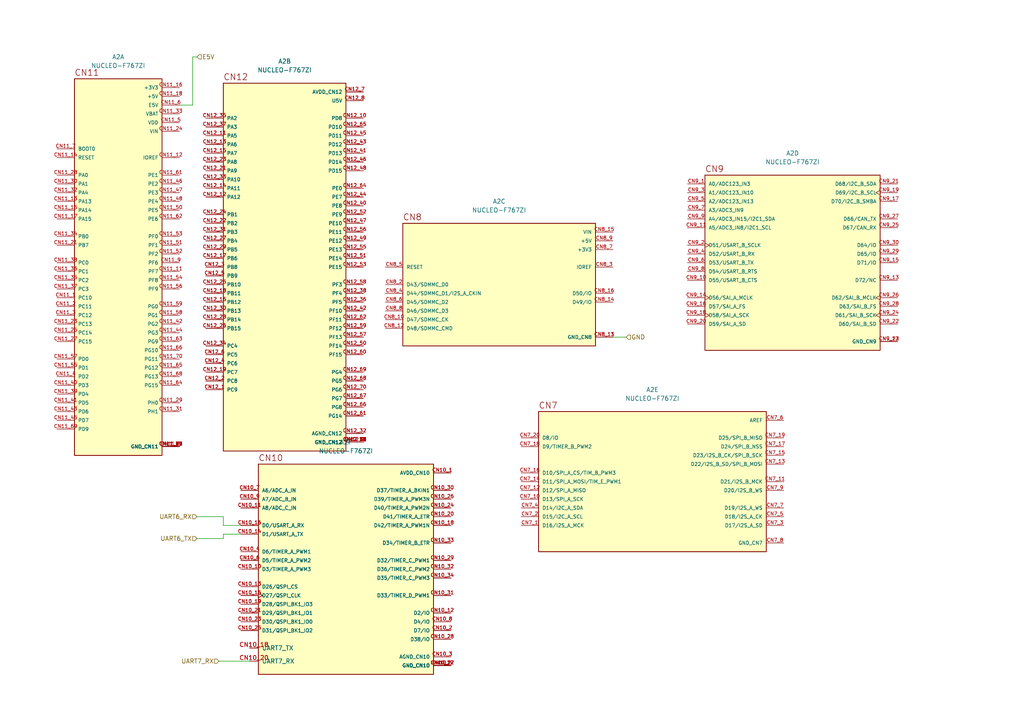
<source format=kicad_sch>
(kicad_sch (version 20230121) (generator eeschema)
  (paper "A4")
  (lib_symbols
    (symbol "NUCLEO-F767ZI:NUCLEO-F767ZI" (pin_names (offset 1.016))
      (property "Reference" "A" (at -12.7 57.15 0))
      (property "Value" "NUCLEO-F767ZI" (at -12.7 -57.15 0))
      (symbol "NUCLEO-F767ZI_1_0"
        (rectangle (start -12.7 53.34) (end 12.7 -55.88) (stroke (width 0.254)) (fill (type background)))
        (text "CN11" (at -12.7 54.102 0) (effects (font (size 1.778 1.778)) (justify left bottom)))
        (pin bidirectional line (at -17.78 -10.16 0) (length 5.08) (name "PC10") (number "CN11_1"))
        (pin bidirectional line (at 17.78 -2.54 180) (length 5.08) (name "PF7") (number "CN11_11"))
        (pin bidirectional line (at 17.78 30.48 180) (length 5.08) (name "IOREF") (number "CN11_12"))
        (pin bidirectional line (at -17.78 17.78 0) (length 5.08) (name "PA13") (number "CN11_13"))
        (pin bidirectional line (at -17.78 30.48 0) (length 5.08) (name "RESET") (number "CN11_14"))
        (pin bidirectional line (at -17.78 15.24 0) (length 5.08) (name "PA14") (number "CN11_15"))
        (pin power_in line (at 17.78 50.8 180) (length 5.08) (name "+3V3") (number "CN11_16"))
        (pin bidirectional line (at -17.78 12.7 0) (length 5.08) (name "PA15") (number "CN11_17"))
        (pin power_in line (at 17.78 48.26 180) (length 5.08) (name "+5V") (number "CN11_18"))
        (pin power_in line (at 17.78 -53.34 180) (length 5.08) (name "GND_CN11") (number "CN11_19"))
        (pin bidirectional line (at -17.78 -12.7 0) (length 5.08) (name "PC11") (number "CN11_2"))
        (pin power_in line (at 17.78 -53.34 180) (length 5.08) (name "GND_CN11") (number "CN11_20"))
        (pin bidirectional line (at -17.78 5.08 0) (length 5.08) (name "PB7") (number "CN11_21"))
        (pin power_in line (at 17.78 -53.34 180) (length 5.08) (name "GND_CN11") (number "CN11_22"))
        (pin bidirectional line (at -17.78 -17.78 0) (length 5.08) (name "PC13") (number "CN11_23"))
        (pin power_in line (at 17.78 38.1 180) (length 5.08) (name "VIN") (number "CN11_24"))
        (pin bidirectional line (at -17.78 -20.32 0) (length 5.08) (name "PC14") (number "CN11_25"))
        (pin bidirectional line (at -17.78 -22.86 0) (length 5.08) (name "PC15") (number "CN11_27"))
        (pin bidirectional line (at -17.78 25.4 0) (length 5.08) (name "PA0") (number "CN11_28"))
        (pin bidirectional line (at 17.78 -40.64 180) (length 5.08) (name "PH0") (number "CN11_29"))
        (pin bidirectional line (at -17.78 -15.24 0) (length 5.08) (name "PC12") (number "CN11_3"))
        (pin bidirectional line (at -17.78 22.86 0) (length 5.08) (name "PA1") (number "CN11_30"))
        (pin bidirectional line (at 17.78 -43.18 180) (length 5.08) (name "PH1") (number "CN11_31"))
        (pin bidirectional line (at -17.78 20.32 0) (length 5.08) (name "PA4") (number "CN11_32"))
        (pin power_in line (at 17.78 43.18 180) (length 5.08) (name "VBAT") (number "CN11_33"))
        (pin bidirectional line (at -17.78 7.62 0) (length 5.08) (name "PB0") (number "CN11_34"))
        (pin bidirectional line (at -17.78 -5.08 0) (length 5.08) (name "PC2") (number "CN11_35"))
        (pin bidirectional line (at -17.78 -2.54 0) (length 5.08) (name "PC1") (number "CN11_36"))
        (pin bidirectional line (at -17.78 -7.62 0) (length 5.08) (name "PC3") (number "CN11_37"))
        (pin bidirectional line (at -17.78 0 0) (length 5.08) (name "PC0") (number "CN11_38"))
        (pin bidirectional line (at -17.78 -38.1 0) (length 5.08) (name "PD4") (number "CN11_39"))
        (pin bidirectional line (at -17.78 -33.02 0) (length 5.08) (name "PD2") (number "CN11_4"))
        (pin bidirectional line (at -17.78 -35.56 0) (length 5.08) (name "PD3") (number "CN11_40"))
        (pin bidirectional line (at -17.78 -40.64 0) (length 5.08) (name "PD5") (number "CN11_41"))
        (pin bidirectional line (at 17.78 -17.78 180) (length 5.08) (name "PG2") (number "CN11_42"))
        (pin bidirectional line (at -17.78 -43.18 0) (length 5.08) (name "PD6") (number "CN11_43"))
        (pin bidirectional line (at 17.78 -20.32 180) (length 5.08) (name "PG3") (number "CN11_44"))
        (pin bidirectional line (at -17.78 -45.72 0) (length 5.08) (name "PD7") (number "CN11_45"))
        (pin bidirectional line (at 17.78 22.86 180) (length 5.08) (name "PE2") (number "CN11_46"))
        (pin bidirectional line (at 17.78 20.32 180) (length 5.08) (name "PE3") (number "CN11_47"))
        (pin bidirectional line (at 17.78 17.78 180) (length 5.08) (name "PE4") (number "CN11_48"))
        (pin power_in line (at 17.78 -53.34 180) (length 5.08) (name "GND_CN11") (number "CN11_49"))
        (pin power_in line (at 17.78 40.64 180) (length 5.08) (name "VDD") (number "CN11_5"))
        (pin bidirectional line (at 17.78 15.24 180) (length 5.08) (name "PE5") (number "CN11_50"))
        (pin bidirectional line (at 17.78 5.08 180) (length 5.08) (name "PF1") (number "CN11_51"))
        (pin bidirectional line (at 17.78 2.54 180) (length 5.08) (name "PF2") (number "CN11_52"))
        (pin bidirectional line (at 17.78 7.62 180) (length 5.08) (name "PF0") (number "CN11_53"))
        (pin bidirectional line (at 17.78 -5.08 180) (length 5.08) (name "PF8") (number "CN11_54"))
        (pin bidirectional line (at -17.78 -30.48 0) (length 5.08) (name "PD1") (number "CN11_55"))
        (pin bidirectional line (at 17.78 -7.62 180) (length 5.08) (name "PF9") (number "CN11_56"))
        (pin bidirectional line (at -17.78 -27.94 0) (length 5.08) (name "PD0") (number "CN11_57"))
        (pin bidirectional line (at 17.78 -15.24 180) (length 5.08) (name "PG1") (number "CN11_58"))
        (pin bidirectional line (at 17.78 -12.7 180) (length 5.08) (name "PG0") (number "CN11_59"))
        (pin power_in line (at 17.78 45.72 180) (length 5.08) (name "E5V") (number "CN11_6"))
        (pin power_in line (at 17.78 -53.34 180) (length 5.08) (name "GND_CN11") (number "CN11_60"))
        (pin bidirectional line (at 17.78 25.4 180) (length 5.08) (name "PE1") (number "CN11_61"))
        (pin bidirectional line (at 17.78 12.7 180) (length 5.08) (name "PE6") (number "CN11_62"))
        (pin bidirectional line (at 17.78 -22.86 180) (length 5.08) (name "PG9") (number "CN11_63"))
        (pin bidirectional line (at 17.78 -35.56 180) (length 5.08) (name "PG15") (number "CN11_64"))
        (pin bidirectional line (at 17.78 -30.48 180) (length 5.08) (name "PG12") (number "CN11_65"))
        (pin bidirectional line (at 17.78 -25.4 180) (length 5.08) (name "PG10") (number "CN11_66"))
        (pin bidirectional line (at 17.78 -33.02 180) (length 5.08) (name "PG13") (number "CN11_68"))
        (pin bidirectional line (at -17.78 -48.26 0) (length 5.08) (name "PD9") (number "CN11_69"))
        (pin bidirectional line (at -17.78 33.02 0) (length 5.08) (name "BOOT0") (number "CN11_7"))
        (pin bidirectional line (at 17.78 -27.94 180) (length 5.08) (name "PG11") (number "CN11_70"))
        (pin power_in line (at 17.78 -53.34 180) (length 5.08) (name "GND_CN11") (number "CN11_71"))
        (pin power_in line (at 17.78 -53.34 180) (length 5.08) (name "GND_CN11") (number "CN11_72"))
        (pin power_in line (at 17.78 -53.34 180) (length 5.08) (name "GND_CN11") (number "CN11_8"))
        (pin bidirectional line (at 17.78 0 180) (length 5.08) (name "PF6") (number "CN11_9"))
      )
      (symbol "NUCLEO-F767ZI_2_0"
        (rectangle (start -17.78 -53.34) (end 17.78 53.34) (stroke (width 0.254)) (fill (type background)))
        (text "CN12" (at -17.78 54.102 0) (effects (font (size 1.778 1.778)) (justify left bottom)))
        (pin bidirectional line (at -22.86 -35.56 0) (length 5.08) (name "PC9") (number "CN12_1"))
        (pin bidirectional line (at 22.86 43.18 180) (length 5.08) (name "PD8") (number "CN12_10"))
        (pin bidirectional line (at -22.86 38.1 0) (length 5.08) (name "PA5") (number "CN12_11"))
        (pin bidirectional line (at -22.86 20.32 0) (length 5.08) (name "PA12") (number "CN12_12"))
        (pin bidirectional line (at -22.86 35.56 0) (length 5.08) (name "PA6") (number "CN12_13"))
        (pin bidirectional line (at -22.86 22.86 0) (length 5.08) (name "PA11") (number "CN12_14"))
        (pin bidirectional line (at -22.86 33.02 0) (length 5.08) (name "PA7") (number "CN12_15"))
        (pin bidirectional line (at -22.86 -10.16 0) (length 5.08) (name "PB12") (number "CN12_16"))
        (pin bidirectional line (at -22.86 2.54 0) (length 5.08) (name "PB6") (number "CN12_17"))
        (pin bidirectional line (at -22.86 -7.62 0) (length 5.08) (name "PB11") (number "CN12_18"))
        (pin bidirectional line (at -22.86 -30.48 0) (length 5.08) (name "PC7") (number "CN12_19"))
        (pin bidirectional line (at -22.86 -33.02 0) (length 5.08) (name "PC8") (number "CN12_2"))
        (pin power_in line (at 22.86 -50.8 180) (length 5.08) (name "GND_CN12") (number "CN12_20"))
        (pin bidirectional line (at -22.86 27.94 0) (length 5.08) (name "PA9") (number "CN12_21"))
        (pin bidirectional line (at -22.86 12.7 0) (length 5.08) (name "PB2") (number "CN12_22"))
        (pin bidirectional line (at -22.86 30.48 0) (length 5.08) (name "PA8") (number "CN12_23"))
        (pin bidirectional line (at -22.86 15.24 0) (length 5.08) (name "PB1") (number "CN12_24"))
        (pin bidirectional line (at -22.86 -5.08 0) (length 5.08) (name "PB10") (number "CN12_25"))
        (pin bidirectional line (at -22.86 -17.78 0) (length 5.08) (name "PB15") (number "CN12_26"))
        (pin bidirectional line (at -22.86 7.62 0) (length 5.08) (name "PB4") (number "CN12_27"))
        (pin bidirectional line (at -22.86 -15.24 0) (length 5.08) (name "PB14") (number "CN12_28"))
        (pin bidirectional line (at -22.86 5.08 0) (length 5.08) (name "PB5") (number "CN12_29"))
        (pin bidirectional line (at -22.86 0 0) (length 5.08) (name "PB8") (number "CN12_3"))
        (pin bidirectional line (at -22.86 -12.7 0) (length 5.08) (name "PB13") (number "CN12_30"))
        (pin bidirectional line (at -22.86 10.16 0) (length 5.08) (name "PB3") (number "CN12_31"))
        (pin power_in line (at 22.86 -48.26 180) (length 5.08) (name "AGND_CN12") (number "CN12_32"))
        (pin bidirectional line (at -22.86 25.4 0) (length 5.08) (name "PA10") (number "CN12_33"))
        (pin bidirectional line (at -22.86 -22.86 0) (length 5.08) (name "PC4") (number "CN12_34"))
        (pin bidirectional line (at -22.86 43.18 0) (length 5.08) (name "PA2") (number "CN12_35"))
        (pin bidirectional line (at 22.86 -10.16 180) (length 5.08) (name "PF5") (number "CN12_36"))
        (pin bidirectional line (at -22.86 40.64 0) (length 5.08) (name "PA3") (number "CN12_37"))
        (pin bidirectional line (at 22.86 -7.62 180) (length 5.08) (name "PF4") (number "CN12_38"))
        (pin power_in line (at 22.86 -50.8 180) (length 5.08) (name "GND_CN12") (number "CN12_39"))
        (pin bidirectional line (at -22.86 -27.94 0) (length 5.08) (name "PC6") (number "CN12_4"))
        (pin bidirectional line (at 22.86 17.78 180) (length 5.08) (name "PE8") (number "CN12_40"))
        (pin bidirectional line (at 22.86 33.02 180) (length 5.08) (name "PD13") (number "CN12_41"))
        (pin bidirectional line (at 22.86 -12.7 180) (length 5.08) (name "PF10") (number "CN12_42"))
        (pin bidirectional line (at 22.86 35.56 180) (length 5.08) (name "PD12") (number "CN12_43"))
        (pin bidirectional line (at 22.86 20.32 180) (length 5.08) (name "PE7") (number "CN12_44"))
        (pin bidirectional line (at 22.86 38.1 180) (length 5.08) (name "PD11") (number "CN12_45"))
        (pin bidirectional line (at 22.86 30.48 180) (length 5.08) (name "PD14") (number "CN12_46"))
        (pin bidirectional line (at 22.86 12.7 180) (length 5.08) (name "PE10") (number "CN12_47"))
        (pin bidirectional line (at 22.86 27.94 180) (length 5.08) (name "PD15") (number "CN12_48"))
        (pin bidirectional line (at 22.86 7.62 180) (length 5.08) (name "PE12") (number "CN12_49"))
        (pin bidirectional line (at -22.86 -2.54 0) (length 5.08) (name "PB9") (number "CN12_5"))
        (pin bidirectional line (at 22.86 -22.86 180) (length 5.08) (name "PF14") (number "CN12_50"))
        (pin bidirectional line (at 22.86 2.54 180) (length 5.08) (name "PE14") (number "CN12_51"))
        (pin bidirectional line (at 22.86 15.24 180) (length 5.08) (name "PE9") (number "CN12_52"))
        (pin bidirectional line (at 22.86 0 180) (length 5.08) (name "PE15") (number "CN12_53"))
        (pin power_in line (at 22.86 -50.8 180) (length 5.08) (name "GND_CN12") (number "CN12_54"))
        (pin bidirectional line (at 22.86 5.08 180) (length 5.08) (name "PE13") (number "CN12_55"))
        (pin bidirectional line (at 22.86 10.16 180) (length 5.08) (name "PE11") (number "CN12_56"))
        (pin bidirectional line (at 22.86 -20.32 180) (length 5.08) (name "PF13") (number "CN12_57"))
        (pin bidirectional line (at 22.86 -5.08 180) (length 5.08) (name "PF3") (number "CN12_58"))
        (pin bidirectional line (at 22.86 -17.78 180) (length 5.08) (name "PF12") (number "CN12_59"))
        (pin bidirectional line (at -22.86 -25.4 0) (length 5.08) (name "PC5") (number "CN12_6"))
        (pin bidirectional line (at 22.86 -25.4 180) (length 5.08) (name "PF15") (number "CN12_60"))
        (pin bidirectional line (at 22.86 -43.18 180) (length 5.08) (name "PG14") (number "CN12_61"))
        (pin bidirectional line (at 22.86 -15.24 180) (length 5.08) (name "PF11") (number "CN12_62"))
        (pin power_in line (at 22.86 -50.8 180) (length 5.08) (name "GND_CN12") (number "CN12_63"))
        (pin bidirectional line (at 22.86 22.86 180) (length 5.08) (name "PE0") (number "CN12_64"))
        (pin bidirectional line (at 22.86 40.64 180) (length 5.08) (name "PD10") (number "CN12_65"))
        (pin bidirectional line (at 22.86 -40.64 180) (length 5.08) (name "PG8") (number "CN12_66"))
        (pin bidirectional line (at 22.86 -38.1 180) (length 5.08) (name "PG7") (number "CN12_67"))
        (pin bidirectional line (at 22.86 -33.02 180) (length 5.08) (name "PG5") (number "CN12_68"))
        (pin bidirectional line (at 22.86 -30.48 180) (length 5.08) (name "PG4") (number "CN12_69"))
        (pin power_in line (at 22.86 50.8 180) (length 5.08) (name "AVDD_CN12") (number "CN12_7"))
        (pin bidirectional line (at 22.86 -35.56 180) (length 5.08) (name "PG6") (number "CN12_70"))
        (pin power_in line (at 22.86 -50.8 180) (length 5.08) (name "GND_CN12") (number "CN12_71"))
        (pin power_in line (at 22.86 -50.8 180) (length 5.08) (name "GND_CN12") (number "CN12_72"))
        (pin power_in line (at 22.86 48.26 180) (length 5.08) (name "U5V") (number "CN12_8"))
        (pin power_in line (at 22.86 -50.8 180) (length 5.08) (name "GND_CN12") (number "CN12_9"))
      )
      (symbol "NUCLEO-F767ZI_3_0"
        (rectangle (start -27.94 -17.78) (end 27.94 17.78) (stroke (width 0.254)) (fill (type background)))
        (text "CN8" (at -27.94 18.542 0) (effects (font (size 1.778 1.778)) (justify left bottom)))
        (pin bidirectional line (at -33.02 -10.16 0) (length 5.08) (name "D47/SDMMC_CK") (number "CN8_10"))
        (pin power_in line (at 33.02 -15.24 180) (length 5.08) (name "GND_CN8") (number "CN8_11"))
        (pin bidirectional line (at -33.02 -12.7 0) (length 5.08) (name "D48/SDMMC_CMD") (number "CN8_12"))
        (pin power_in line (at 33.02 -15.24 180) (length 5.08) (name "GND_CN8") (number "CN8_13"))
        (pin bidirectional line (at 33.02 -5.08 180) (length 5.08) (name "D49/IO") (number "CN8_14"))
        (pin power_in line (at 33.02 15.24 180) (length 5.08) (name "VIN") (number "CN8_15"))
        (pin bidirectional line (at 33.02 -2.54 180) (length 5.08) (name "D50/IO") (number "CN8_16"))
        (pin bidirectional line (at -33.02 0 0) (length 5.08) (name "D43/SDMMC_D0") (number "CN8_2"))
        (pin bidirectional line (at 33.02 5.08 180) (length 5.08) (name "IOREF") (number "CN8_3"))
        (pin bidirectional line (at -33.02 -2.54 0) (length 5.08) (name "D44/SDMMC_D1/I2S_A_CKIN") (number "CN8_4"))
        (pin bidirectional line (at -33.02 5.08 0) (length 5.08) (name "RESET") (number "CN8_5"))
        (pin bidirectional line (at -33.02 -5.08 0) (length 5.08) (name "D45/SDMMC_D2") (number "CN8_6"))
        (pin power_in line (at 33.02 10.16 180) (length 5.08) (name "+3V3") (number "CN8_7"))
        (pin bidirectional line (at -33.02 -7.62 0) (length 5.08) (name "D46/SDMMC_D3") (number "CN8_8"))
        (pin power_in line (at 33.02 12.7 180) (length 5.08) (name "+5V") (number "CN8_9"))
      )
      (symbol "NUCLEO-F767ZI_4_0"
        (rectangle (start -25.4 -25.4) (end 25.4 25.4) (stroke (width 0.254)) (fill (type background)))
        (text "CN9" (at -25.4 26.162 0) (effects (font (size 1.778 1.778)) (justify left bottom)))
        (pin input line (at -30.48 22.86 0) (length 5.08) (name "A0/ADC123_IN3") (number "CN9_1"))
        (pin bidirectional line (at -30.48 -5.08 0) (length 5.08) (name "D55/USART_B_CTS") (number "CN9_10"))
        (pin input line (at -30.48 10.16 0) (length 5.08) (name "A5/ADC3_IN8/I2C1_SCL") (number "CN9_11"))
        (pin power_in line (at 30.48 -22.86 180) (length 5.08) (name "GND_CN9") (number "CN9_12"))
        (pin bidirectional line (at 30.48 -5.08 180) (length 5.08) (name "D72/NC") (number "CN9_13"))
        (pin bidirectional clock (at -30.48 -10.16 0) (length 5.08) (name "D56/SAI_A_MCLK") (number "CN9_14"))
        (pin bidirectional line (at 30.48 0 180) (length 5.08) (name "D71/IO") (number "CN9_15"))
        (pin bidirectional line (at -30.48 -12.7 0) (length 5.08) (name "D57/SAI_A_FS") (number "CN9_16"))
        (pin bidirectional line (at 30.48 17.78 180) (length 5.08) (name "D70/I2C_B_SMBA") (number "CN9_17"))
        (pin bidirectional clock (at -30.48 -15.24 0) (length 5.08) (name "D58/SAI_A_SCK") (number "CN9_18"))
        (pin bidirectional clock (at 30.48 20.32 180) (length 5.08) (name "D69/I2C_B_SCL") (number "CN9_19"))
        (pin bidirectional clock (at -30.48 5.08 0) (length 5.08) (name "D51/USART_B_SCLK") (number "CN9_2"))
        (pin bidirectional line (at -30.48 -17.78 0) (length 5.08) (name "D59/SAI_A_SD") (number "CN9_20"))
        (pin bidirectional line (at 30.48 22.86 180) (length 5.08) (name "D68/I2C_B_SDA") (number "CN9_21"))
        (pin bidirectional line (at 30.48 -17.78 180) (length 5.08) (name "D60/SAI_B_SD") (number "CN9_22"))
        (pin power_in line (at 30.48 -22.86 180) (length 5.08) (name "GND_CN9") (number "CN9_23"))
        (pin bidirectional clock (at 30.48 -15.24 180) (length 5.08) (name "D61/SAI_B_SCK") (number "CN9_24"))
        (pin input line (at 30.48 10.16 180) (length 5.08) (name "D67/CAN_RX") (number "CN9_25"))
        (pin bidirectional clock (at 30.48 -10.16 180) (length 5.08) (name "D62/SAI_B_MCLK") (number "CN9_26"))
        (pin output line (at 30.48 12.7 180) (length 5.08) (name "D66/CAN_TX") (number "CN9_27"))
        (pin bidirectional line (at 30.48 -12.7 180) (length 5.08) (name "D63/SAI_B_FS") (number "CN9_28"))
        (pin bidirectional line (at 30.48 2.54 180) (length 5.08) (name "D65/IO") (number "CN9_29"))
        (pin input line (at -30.48 20.32 0) (length 5.08) (name "A1/ADC123_IN10") (number "CN9_3"))
        (pin bidirectional line (at 30.48 5.08 180) (length 5.08) (name "D64/IO") (number "CN9_30"))
        (pin bidirectional line (at -30.48 2.54 0) (length 5.08) (name "D52/USART_B_RX") (number "CN9_4"))
        (pin input line (at -30.48 17.78 0) (length 5.08) (name "A2/ADC123_IN13") (number "CN9_5"))
        (pin bidirectional line (at -30.48 0 0) (length 5.08) (name "D53/USART_B_TX") (number "CN9_6"))
        (pin input line (at -30.48 15.24 0) (length 5.08) (name "A3/ADC3_IN9") (number "CN9_7"))
        (pin bidirectional line (at -30.48 -2.54 0) (length 5.08) (name "D54/USART_B_RTS") (number "CN9_8"))
        (pin input line (at -30.48 12.7 0) (length 5.08) (name "A4/ADC3_IN15/I2C1_SDA") (number "CN9_9"))
      )
      (symbol "NUCLEO-F767ZI_5_0"
        (rectangle (start -33.02 -20.32) (end 33.02 20.32) (stroke (width 0.254)) (fill (type background)))
        (text "CN7" (at -33.02 21.082 0) (effects (font (size 1.778 1.778)) (justify left bottom)))
        (pin bidirectional line (at -38.1 -12.7 0) (length 5.08) (name "D16/I2S_A_MCK") (number "CN7_1"))
        (pin bidirectional line (at -38.1 -5.08 0) (length 5.08) (name "D13/SPI_A_SCK") (number "CN7_10"))
        (pin bidirectional line (at 38.1 0 180) (length 5.08) (name "D21/I2S_B_MCK") (number "CN7_11"))
        (pin bidirectional line (at -38.1 -2.54 0) (length 5.08) (name "D12/SPI_A_MISO") (number "CN7_12"))
        (pin bidirectional line (at 38.1 5.08 180) (length 5.08) (name "D22/I2S_B_SD/SPI_B_MOSI") (number "CN7_13"))
        (pin bidirectional line (at -38.1 0 0) (length 5.08) (name "D11/SPI_A_MOSI/TIM_E_PWM1") (number "CN7_14"))
        (pin bidirectional line (at 38.1 7.62 180) (length 5.08) (name "D23/I2S_B_CK/SPI_B_SCK") (number "CN7_15"))
        (pin bidirectional line (at -38.1 2.54 0) (length 5.08) (name "D10/SPI_A_CS/TIM_B_PWM3") (number "CN7_16"))
        (pin bidirectional line (at 38.1 10.16 180) (length 5.08) (name "D24/SPI_B_NSS") (number "CN7_17"))
        (pin bidirectional line (at -38.1 10.16 0) (length 5.08) (name "D9/TIMER_B_PWM2") (number "CN7_18"))
        (pin bidirectional line (at 38.1 12.7 180) (length 5.08) (name "D25/SPI_B_MISO") (number "CN7_19"))
        (pin bidirectional line (at -38.1 -10.16 0) (length 5.08) (name "D15/I2C_A_SCL") (number "CN7_2"))
        (pin bidirectional line (at -38.1 12.7 0) (length 5.08) (name "D8/IO") (number "CN7_20"))
        (pin bidirectional line (at 38.1 -12.7 180) (length 5.08) (name "D17/I2S_A_SD") (number "CN7_3"))
        (pin bidirectional line (at -38.1 -7.62 0) (length 5.08) (name "D14/I2C_A_SDA") (number "CN7_4"))
        (pin bidirectional line (at 38.1 -10.16 180) (length 5.08) (name "D18/I2S_A_CK") (number "CN7_5"))
        (pin power_in line (at 38.1 17.78 180) (length 5.08) (name "AREF") (number "CN7_6"))
        (pin bidirectional line (at 38.1 -7.62 180) (length 5.08) (name "D19/I2S_A_WS") (number "CN7_7"))
        (pin power_in line (at 38.1 -17.78 180) (length 5.08) (name "GND_CN7") (number "CN7_8"))
        (pin bidirectional line (at 38.1 -2.54 180) (length 5.08) (name "D20/I2S_B_WS") (number "CN7_9"))
      )
      (symbol "NUCLEO-F767ZI_6_0"
        (rectangle (start -25.4 -30.48) (end 25.4 30.48) (stroke (width 0.254)) (fill (type background)))
        (text "CN10" (at -25.4 31.242 0) (effects (font (size 1.778 1.778)) (justify left bottom)))
        (pin power_in line (at 30.48 27.94 180) (length 5.08) (name "AVDD_CN10") (number "CN10_1"))
        (pin bidirectional line (at -30.48 0 0) (length 5.08) (name "D3/TIMER_A_PWM3") (number "CN10_10"))
        (pin input line (at -30.48 17.78 0) (length 5.08) (name "A8/ADC_C_IN") (number "CN10_11"))
        (pin bidirectional line (at 30.48 -12.7 180) (length 5.08) (name "D2/IO") (number "CN10_12"))
        (pin bidirectional line (at -30.48 -5.08 0) (length 5.08) (name "D26/QSPI_CS") (number "CN10_13"))
        (pin output line (at -30.48 10.16 0) (length 5.08) (name "D1/USART_A_TX") (number "CN10_14"))
        (pin bidirectional clock (at -30.48 -7.62 0) (length 5.08) (name "D27/QSPI_CLK") (number "CN10_15"))
        (pin input line (at -30.48 12.7 0) (length 5.08) (name "D0/USART_A_RX") (number "CN10_16"))
        (pin power_in line (at 30.48 -27.94 180) (length 5.08) (name "GND_CN10") (number "CN10_17"))
        (pin bidirectional line (at 30.48 12.7 180) (length 5.08) (name "D42/TIMER_A_PWM1N") (number "CN10_18"))
        (pin bidirectional line (at -30.48 -10.16 0) (length 5.08) (name "D28/QSPI_BK1_IO3") (number "CN10_19"))
        (pin bidirectional line (at 30.48 -17.78 180) (length 5.08) (name "D7/IO") (number "CN10_2"))
        (pin bidirectional line (at 30.48 15.24 180) (length 5.08) (name "D41/TIMER_A_ETR") (number "CN10_20"))
        (pin bidirectional line (at -30.48 -12.7 0) (length 5.08) (name "D29/QSPI_BK1_IO1") (number "CN10_21"))
        (pin power_in line (at 30.48 -27.94 180) (length 5.08) (name "GND_CN10") (number "CN10_22"))
        (pin bidirectional line (at -30.48 -15.24 0) (length 5.08) (name "D30/QSPI_BK1_IO0") (number "CN10_23"))
        (pin bidirectional line (at 30.48 17.78 180) (length 5.08) (name "D40/TIMER_A_PWM2N") (number "CN10_24"))
        (pin bidirectional line (at -30.48 -17.78 0) (length 5.08) (name "D31/QSPI_BK1_IO2") (number "CN10_25"))
        (pin bidirectional line (at 30.48 20.32 180) (length 5.08) (name "D39/TIMER_A_PWM3N") (number "CN10_26"))
        (pin power_in line (at 30.48 -27.94 180) (length 5.08) (name "GND_CN10") (number "CN10_27"))
        (pin bidirectional line (at 30.48 -20.32 180) (length 5.08) (name "D38/IO") (number "CN10_28"))
        (pin bidirectional line (at 30.48 2.54 180) (length 5.08) (name "D32/TIMER_C_PWM1") (number "CN10_29"))
        (pin power_in line (at 30.48 -25.4 180) (length 5.08) (name "AGND_CN10") (number "CN10_3"))
        (pin bidirectional line (at 30.48 22.86 180) (length 5.08) (name "D37/TIMER_A_BKIN1") (number "CN10_30"))
        (pin bidirectional line (at 30.48 -7.62 180) (length 5.08) (name "D33/TIMER_D_PWM1") (number "CN10_31"))
        (pin bidirectional line (at 30.48 0 180) (length 5.08) (name "D36/TIMER_C_PWM2") (number "CN10_32"))
        (pin bidirectional line (at 30.48 7.62 180) (length 5.08) (name "D34/TIMER_B_ETR") (number "CN10_33"))
        (pin bidirectional line (at 30.48 -2.54 180) (length 5.08) (name "D35/TIMER_C_PWM3") (number "CN10_34"))
        (pin bidirectional line (at -30.48 5.08 0) (length 5.08) (name "D6/TIMER_A_PWM1") (number "CN10_4"))
        (pin power_in line (at 30.48 -27.94 180) (length 5.08) (name "GND_CN10") (number "CN10_5"))
        (pin bidirectional line (at -30.48 2.54 0) (length 5.08) (name "D5/TIMER_A_PWM2") (number "CN10_6"))
        (pin input line (at -30.48 22.86 0) (length 5.08) (name "A6/ADC_A_IN") (number "CN10_7"))
        (pin bidirectional line (at 30.48 -15.24 180) (length 5.08) (name "D4/IO") (number "CN10_8"))
        (pin input line (at -30.48 20.32 0) (length 5.08) (name "A7/ADC_B_IN") (number "CN10_9"))
      )
      (symbol "NUCLEO-F767ZI_6_1"
        (pin output line (at -27.94 -22.86 0) (length 2.54) (name "UART7_TX") (number "CN10_18"))
        (pin input line (at -27.94 -26.67 0) (length 2.54) (name "UART7_RX") (number "CN10_20"))
      )
    )
  )
  (wire (pts (xy 64.77 152.4) (xy 69.85 152.4)))
  (wire (pts (xy 63.5 191.77) (xy 72.39 191.77)))
  (wire (pts (xy 64.77 156.21) (xy 57.15 156.21)))
  (wire (pts (xy 64.77 149.86) (xy 64.77 152.4)))
  (wire (pts (xy 57.15 16.51) (xy 55.88 16.51)))
  (wire (pts (xy 57.15 149.86) (xy 64.77 149.86)))
  (wire (pts (xy 55.88 30.48) (xy 52.07 30.48)))
  (wire (pts (xy 64.77 154.94) (xy 64.77 156.21)))
  (wire (pts (xy 55.88 16.51) (xy 55.88 30.48)))
  (wire (pts (xy 177.8 97.79) (xy 181.61 97.79)))
  (wire (pts (xy 69.85 154.94) (xy 64.77 154.94)))
  (hierarchical_label "UART6_TX" (shape input) (at 57.15 156.21 180))
  (hierarchical_label "UART7_RX" (shape input) (at 63.5 191.77 180))
  (hierarchical_label "E5V" (shape input) (at 57.15 16.51 0))
  (hierarchical_label "GND" (shape input) (at 181.61 97.79 0))
  (hierarchical_label "UART6_RX" (shape input) (at 57.15 149.86 180))
  (symbol (lib_id "NUCLEO-F767ZI:NUCLEO-F767ZI") (at 144.78 82.55 0) (unit 3)
    (property "Reference" "A2" (at 144.78 58.42 0))
    (property "Value" "NUCLEO-F767ZI" (at 144.78 60.96 0))
    (property "Footprint" "NUCLEO-F767ZI:NUCLEO-F767ZI" (effects hide))
    (property "MAXIMUM_PACKAGE_HEIGHT" "N/A" (effects hide))
    (property "STANDARD" "Manufacturer Recommendations" (effects hide))
    (property "PARTREV" "7" (effects hide))
    (property "MANUFACTURER" "STMicroelectronics" (effects hide))
  )
  (symbol (lib_id "NUCLEO-F767ZI:NUCLEO-F767ZI") (at 82.55 77.47 0) (unit 2)
    (property "Reference" "A2" (at 82.55 17.78 0))
    (property "Value" "NUCLEO-F767ZI" (at 82.55 20.32 0))
    (property "Footprint" "NUCLEO-F767ZI:NUCLEO-F767ZI" (effects hide))
    (property "MAXIMUM_PACKAGE_HEIGHT" "N/A" (effects hide))
    (property "STANDARD" "Manufacturer Recommendations" (effects hide))
    (property "PARTREV" "7" (effects hide))
    (property "MANUFACTURER" "STMicroelectronics" (effects hide))
  )
  (symbol (lib_id "NUCLEO-F767ZI:NUCLEO-F767ZI") (at 189.23 139.7 0) (unit 5)
    (property "Reference" "A2" (at 189.23 113.03 0))
    (property "Value" "NUCLEO-F767ZI" (at 189.23 115.57 0))
    (property "Footprint" "NUCLEO-F767ZI:NUCLEO-F767ZI" (effects hide))
    (property "MAXIMUM_PACKAGE_HEIGHT" "N/A" (effects hide))
    (property "STANDARD" "Manufacturer Recommendations" (effects hide))
    (property "PARTREV" "7" (effects hide))
    (property "MANUFACTURER" "STMicroelectronics" (effects hide))
  )
  (symbol (lib_id "NUCLEO-F767ZI:NUCLEO-F767ZI") (at 34.29 76.2 0) (unit 1)
    (property "Reference" "A2" (at 34.29 16.51 0))
    (property "Value" "NUCLEO-F767ZI" (at 34.29 19.05 0))
    (property "Footprint" "NUCLEO-F767ZI:NUCLEO-F767ZI" (effects hide))
    (property "MAXIMUM_PACKAGE_HEIGHT" "N/A" (effects hide))
    (property "STANDARD" "Manufacturer Recommendations" (effects hide))
    (property "PARTREV" "7" (effects hide))
    (property "MANUFACTURER" "STMicroelectronics" (effects hide))
  )
  (symbol (lib_id "NUCLEO-F767ZI:NUCLEO-F767ZI") (at 100.33 165.1 0) (unit 6)
    (property "Reference" "A2" (at 100.33 128.27 0))
    (property "Value" "NUCLEO-F767ZI" (at 100.33 130.81 0))
    (property "Footprint" "NUCLEO-F767ZI:NUCLEO-F767ZI" (effects hide))
    (property "MAXIMUM_PACKAGE_HEIGHT" "N/A" (effects hide))
    (property "STANDARD" "Manufacturer Recommendations" (effects hide))
    (property "PARTREV" "7" (effects hide))
    (property "MANUFACTURER" "STMicroelectronics" (effects hide))
  )
  (symbol (lib_id "NUCLEO-F767ZI:NUCLEO-F767ZI") (at 229.87 76.2 0) (unit 4)
    (property "Reference" "A2" (at 229.87 44.45 0))
    (property "Value" "NUCLEO-F767ZI" (at 229.87 46.99 0))
    (property "Footprint" "NUCLEO-F767ZI:NUCLEO-F767ZI" (effects hide))
    (property "MAXIMUM_PACKAGE_HEIGHT" "N/A" (effects hide))
    (property "STANDARD" "Manufacturer Recommendations" (effects hide))
    (property "PARTREV" "7" (effects hide))
    (property "MANUFACTURER" "STMicroelectronics" (effects hide))
  )
)
</source>
